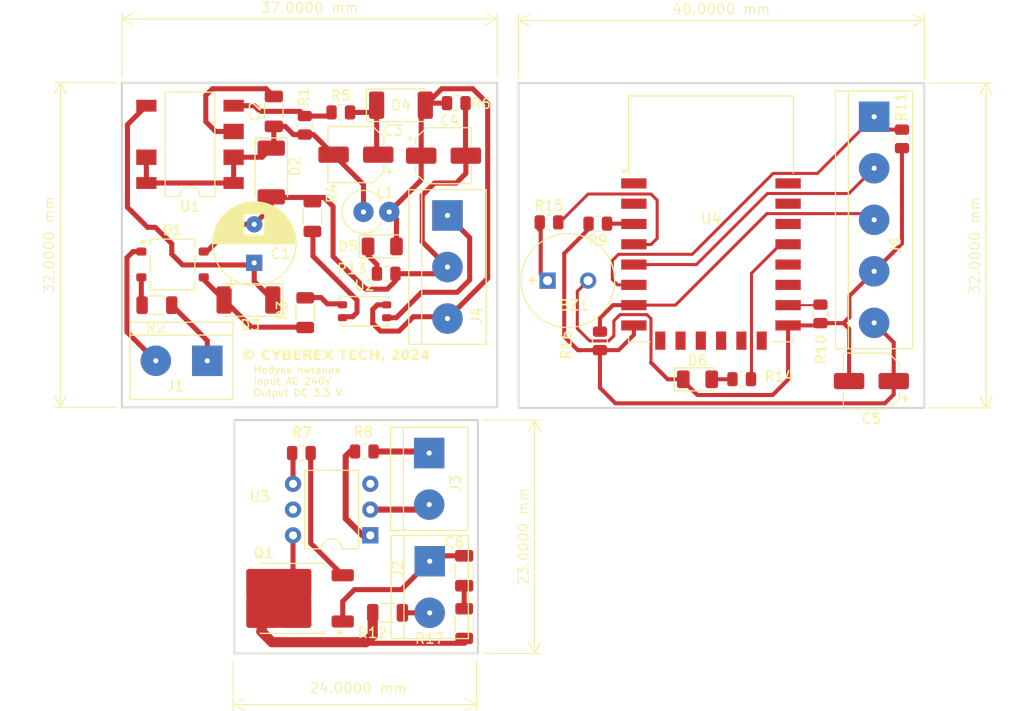
<source format=kicad_pcb>
(kicad_pcb (version 20240108) (generator "pcbnew") (generator_version "8.0")
  (layers (0 "F.Cu" signal) (31 "B.Cu" signal) (34 "B.Paste" user) (35 "F.Paste" user) (36 "B.SilkS" user "B.Silkscreen") (37 "F.SilkS" user "F.Silkscreen") (38 "B.Mask" user) (39 "F.Mask" user) (44 "Edge.Cuts" user))
  (net 0 "")
  (net 1 "Net-(D3-K)")
  (net 2 "Net-(U1-BP)")
  (net 3 "Net-(D2-K)")
  (net 4 "Net-(D4-K)")
  (net 5 "Net-(J1-Pin_2)")
  (net 6 "Net-(D1-+)")
  (net 7 "Net-(J1-Pin_1)")
  (net 8 "Net-(U1-FB)")
  (net 11 "Net-(Q1-A2)")
  (net 12 "Net-(J2-Pin_1)")
  (net 13 "Net-(Q1-G)")
  (net 14 "Net-(R7-Pad1)")
  (net 15 "Net-(R8-Pad1)")
  (net 16 "Net-(U4-EN)")
  (net 30 "Net-(U4-GPIO15)")
  (net 31 "Net-(D1-Pad2)")
  (net 32 "Net-(D5-K)")
  (net 33 "Net-(D6-A)")
  (net 34 "Net-(U4-GPIO4)")
  (net 35 "Net-(BZ1-+)")
  (net 36 "Net-(U4-GPIO16)")
  (net 37 "Net-(BZ1--)")
  (net 38 "Net-(D1--)")
  (net 39 "Net-(D4-A)")
  (net 40 "Net-(J2-Pin_2)")
  (net 41 "Net-(J3-Pin_2)")
  (net 42 "Net-(J3-Pin_1)")
  (net 43 "Net-(J4-Pin_1)")
  (net 44 "Net-(J6-Pin_5)")
  (net 45 "Net-(J6-Pin_1)")
  (net 46 "Net-(J6-Pin_3)")
  (net 47 "Net-(J6-Pin_2)")
  (net 48 "Net-(C6-Pad1)")
  (net 49 "Net-(R3-Pad2)")
  (net 50 "Net-(R4-Pad1)")
  (footprint "Resistor_SMD:R_0805_2012Metric" (layer "F.Cu") (at 124.9759 83.192)
    (property "Reference" "R13" (at -3.4055 -0.4572 0) (layer "F.SilkS"))
    (property "Value" "1k")
    (pad "1" smd roundrect (at -0.9125 0) (size 1.025 1.4) (layers "F.Cu" "F.Paste" "F.Mask") (roundrect_rratio 0.243902) (net 32 "Net-(D5-K)"))
    (pad "2" smd roundrect (at 0.9125 0) (size 1.025 1.4) (layers "F.Cu" "F.Paste" "F.Mask") (roundrect_rratio 0.243902) (net 38 "Net-(D1--)"))
  )
  (footprint "Resistor_SMD:R_1206_3216Metric" (layer "F.Cu") (at 132.6642 117.6782 90)
    (property "Reference" "R17" (at -1.4802 -3.3976 0) (layer "F.SilkS"))
    (property "Value" "39")
    (pad "1" smd roundrect (at -1.4625 0 90) (size 1.125 1.75) (layers "F.Cu" "F.Paste" "F.Mask") (roundrect_rratio 0.222222) (net 11 "Net-(Q1-A2)"))
    (pad "2" smd roundrect (at 1.4625 0 90) (size 1.125 1.75) (layers "F.Cu" "F.Paste" "F.Mask") (roundrect_rratio 0.222222) (net 48 "Net-(C6-Pad1)"))
  )
  (footprint "Resistor_SMD:R_0805_2012Metric" (layer "F.Cu") (at 167.7816 87.1503 -90)
    (property "Reference" "R10" (at 3.5033 -0.0508 90) (layer "F.SilkS"))
    (property "Value" "1k")
    (pad "1" smd roundrect (at -0.9125 0 270) (size 1.025 1.4) (layers "F.Cu" "F.Paste" "F.Mask") (roundrect_rratio 0.243902) (net 30 "Net-(U4-GPIO15)"))
    (pad "2" smd roundrect (at 0.9125 0 270) (size 1.025 1.4) (layers "F.Cu" "F.Paste" "F.Mask") (roundrect_rratio 0.243902) (net 37 "Net-(BZ1--)"))
  )
  (footprint "Resistor_SMD:R_0805_2012Metric" (layer "F.Cu") (at 122.8169 100.718)
    (property "Reference" "R8" (at -0.1035 -1.9304 0) (layer "F.SilkS"))
    (property "Value" "330")
    (pad "1" smd roundrect (at -0.9125 0) (size 1.025 1.4) (layers "F.Cu" "F.Paste" "F.Mask") (roundrect_rratio 0.243902) (net 15 "Net-(R8-Pad1)"))
    (pad "2" smd roundrect (at 0.9125 0) (size 1.025 1.4) (layers "F.Cu" "F.Paste" "F.Mask") (roundrect_rratio 0.243902) (net 42 "Net-(J3-Pin_1)"))
  )
  (footprint "Package_TO_SOT_SMD:TO-252-2" (layer "F.Cu") (at 115.6522 115.196 180)
    (property "Reference" "Q1" (at 2.7432 4.4704 0) (layer "F.SilkS"))
    (property "Value" "BT136-600")
    (pad "1" smd roundrect (at -5.04 -2.28 180) (size 2.2 1.2) (layers "F.Cu" "F.Paste" "F.Mask") (roundrect_rratio 0.208333) (net 12 "Net-(J2-Pin_1)"))
    (pad "2" smd roundrect (at -0.415 -1.525 180) (size 3.05 2.75) (layers "F.Cu" "F.Paste") (roundrect_rratio 0.090909) (net 11 "Net-(Q1-A2)"))
    (pad "2" smd roundrect (at -0.415 1.525 180) (size 3.05 2.75) (layers "F.Cu" "F.Paste") (roundrect_rratio 0.090909) (net 11 "Net-(Q1-A2)"))
    (pad "2" smd roundrect (at 1.26 0 180) (size 6.4 5.8) (layers "F.Cu" "F.Mask") (roundrect_rratio 0.043103) (net 11 "Net-(Q1-A2)"))
    (pad "2" smd roundrect (at 2.935 -1.525 180) (size 3.05 2.75) (layers "F.Cu" "F.Paste") (roundrect_rratio 0.090909) (net 11 "Net-(Q1-A2)"))
    (pad "2" smd roundrect (at 2.935 1.525 180) (size 3.05 2.75) (layers "F.Cu" "F.Paste") (roundrect_rratio 0.090909) (net 11 "Net-(Q1-A2)"))
    (pad "3" smd roundrect (at -5.04 2.28 180) (size 2.2 1.2) (layers "F.Cu" "F.Paste" "F.Mask") (roundrect_rratio 0.208333) (net 13 "Net-(Q1-G)"))
  )
  (footprint "Diode_SMD:D_MELF" (layer "F.Cu") (at 113.6456 73.2128 -90)
    (property "Reference" "D2" (at -0.5872 -2.3368 -90) (layer "F.SilkS"))
    (property "Value" "UF4005 US1J")
    (pad "1" smd roundrect (at -2.4 0 270) (size 1.5 2.7) (layers "F.Cu" "F.Paste" "F.Mask") (roundrect_rratio 0.1666666667) (net 3 "Net-(D2-K)"))
    (pad "2" smd roundrect (at 2.4 0 270) (size 1.5 2.7) (layers "F.Cu" "F.Paste" "F.Mask") (roundrect_rratio 0.1666666667) (net 38 "Net-(D1--)"))
  )
  (footprint "Resistor_SMD:R_0805_2012Metric" (layer "F.Cu") (at 116.9476 68.5635 -90)
    (property "Reference" "R1" (at -2.7959 0.1016 90) (layer "F.SilkS"))
    (property "Value" "2k")
    (pad "1" smd roundrect (at -0.9125 0 270) (size 1.025 1.4) (layers "F.Cu" "F.Paste" "F.Mask") (roundrect_rratio 0.243902) (net 8 "Net-(U1-FB)"))
    (pad "2" smd roundrect (at 0.9125 0 270) (size 1.025 1.4) (layers "F.Cu" "F.Paste" "F.Mask") (roundrect_rratio 0.243902) (net 3 "Net-(D2-K)"))
  )
  (footprint "Resistor_SMD:R_0805_2012Metric" (layer "F.Cu") (at 141.0227 78.1304)
    (property "Reference" "R15" (at 0 -1.65 0) (layer "F.SilkS"))
    (property "Value" "470")
    (pad "1" smd roundrect (at -0.9125 0) (size 1.025 1.4) (layers "F.Cu" "F.Paste" "F.Mask") (roundrect_rratio 0.243902) (net 35 "Net-(BZ1-+)"))
    (pad "2" smd roundrect (at 0.9125 0) (size 1.025 1.4) (layers "F.Cu" "F.Paste" "F.Mask") (roundrect_rratio 0.243902) (net 36 "Net-(U4-GPIO16)"))
  )
  (footprint "Resistor_SMD:R_0805_2012Metric" (layer "F.Cu") (at 160.0219 93.5868 180)
    (property "Reference" "R14" (at -3.7065 0.254 0) (layer "F.SilkS"))
    (property "Value" "470")
    (pad "1" smd roundrect (at -0.9125 0 180) (size 1.025 1.4) (layers "F.Cu" "F.Paste" "F.Mask") (roundrect_rratio 0.243902) (net 34 "Net-(U4-GPIO4)"))
    (pad "2" smd roundrect (at 0.9125 0 180) (size 1.025 1.4) (layers "F.Cu" "F.Paste" "F.Mask") (roundrect_rratio 0.243902) (net 33 "Net-(D6-A)"))
  )
  (footprint "TerminalBlock:TerminalBlock_bornier-2_P5.08mm" (layer "F.Cu") (at 129.2666 111.5384 -90)
    (property "Reference" "J2" (at 0.755 3.1556 90) (layer "F.SilkS"))
    (property "Value" "FAN ")
    (pad "1" thru_hole rect (at 0 0 270) (size 3 3) (drill 0.5) (layers "*.Cu" "*.Mask") (net 12 "Net-(J2-Pin_1)"))
    (pad "2" thru_hole circle (at 5.08 0 270) (size 3 3) (drill 0.5) (layers "*.Cu" "*.Mask") (net 40 "Net-(J2-Pin_2)"))
  )
  (footprint "Resistor_SMD:R_0805_2012Metric" (layer "F.Cu") (at 131.8847 66.3772)
    (property "Reference" "R6" (at 2.4365 0.0508 0) (layer "F.SilkS"))
    (property "Value" "1.5k")
    (pad "1" smd roundrect (at -0.9125 0) (size 1.025 1.4) (layers "F.Cu" "F.Paste" "F.Mask") (roundrect_rratio 0.243902) (net 39 "Net-(D4-A)"))
    (pad "2" smd roundrect (at 0.9125 0) (size 1.025 1.4) (layers "F.Cu" "F.Paste" "F.Mask") (roundrect_rratio 0.243902) (net 38 "Net-(D1--)"))
  )
  (footprint "Capacitor_THT:CP_Radial_D8.0mm_P3.80mm" (layer "F.Cu") (at 111.9692 82.1252 90)
    (property "Reference" "C1" (at 0.9144 2.5908 0) (layer "F.SilkS"))
    (property "Value" "10uF 400V")
    (pad "1" thru_hole rect (at 0 0 90) (size 1.6 1.6) (drill 0.5) (layers "*.Cu" "*.Mask") (net 1 "Net-(D3-K)"))
    (pad "2" thru_hole circle (at 3.8 0 90) (size 1.6 1.6) (drill 0.5) (layers "*.Cu" "*.Mask") (net 38 "Net-(D1--)"))
  )
  (footprint "Resistor_SMD:R_1206_3216Metric" (layer "F.Cu") (at 125.1117 116.6184)
    (property "Reference" "R12" (at -1.4899 1.9742 0) (layer "F.SilkS"))
    (property "Value" "10")
    (pad "1" smd roundrect (at -1.4625 0) (size 1.125 1.75) (layers "F.Cu" "F.Paste" "F.Mask") (roundrect_rratio 0.222222) (net 11 "Net-(Q1-A2)"))
    (pad "2" smd roundrect (at 1.4625 0) (size 1.125 1.75) (layers "F.Cu" "F.Paste" "F.Mask") (roundrect_rratio 0.222222) (net 40 "Net-(J2-Pin_2)"))
  )
  (footprint "Package_DIP:PowerIntegrations_SMD-8B" (layer "F.Cu") (at 105.6372 70.4412 180)
    (property "Reference" "U1" (at 0 -6.14 0) (layer "F.SilkS"))
    (property "Value" "LNK306G")
    (pad "1" smd rect (at -4.3 -3.81 180) (size 2 1.17) (layers "F.Cu" "F.Paste" "F.Mask") (net 3 "Net-(D2-K)"))
    (pad "2" smd rect (at -4.3 -1.27 180) (size 2 1.52) (layers "F.Cu" "F.Paste" "F.Mask") (net 3 "Net-(D2-K)"))
    (pad "3" smd rect (at -4.3 1.27 180) (size 2 1.52) (layers "F.Cu" "F.Paste" "F.Mask") (net 2 "Net-(U1-BP)"))
    (pad "4" smd rect (at -4.3 3.81 180) (size 2 1.17) (layers "F.Cu" "F.Paste" "F.Mask") (net 8 "Net-(U1-FB)"))
    (pad "5" smd rect (at 4.3 3.81 180) (size 2 1.17) (layers "F.Cu" "F.Paste" "F.Mask") (net 1 "Net-(D3-K)"))
    (pad "7" smd rect (at 4.3 -1.27 180) (size 2 1.52) (layers "F.Cu" "F.Paste" "F.Mask") (net 3 "Net-(D2-K)"))
    (pad "8" smd rect (at 4.3 -3.81 180) (size 2 1.17) (layers "F.Cu" "F.Paste" "F.Mask") (net 3 "Net-(D2-K)"))
  )
  (footprint "Resistor_SMD:R_0805_2012Metric" (layer "F.Cu") (at 116.6193 100.8704)
    (property "Reference" "R7" (at 0.0489 -2.032 0) (layer "F.SilkS"))
    (property "Value" "600")
    (pad "1" smd roundrect (at -0.9125 0) (size 1.025 1.4) (layers "F.Cu" "F.Paste" "F.Mask") (roundrect_rratio 0.243902) (net 14 "Net-(R7-Pad1)"))
    (pad "2" smd roundrect (at 0.9125 0) (size 1.025 1.4) (layers "F.Cu" "F.Paste" "F.Mask") (roundrect_rratio 0.243902) (net 13 "Net-(Q1-G)"))
  )
  (footprint "Resistor_SMD:R_0805_2012Metric" (layer "F.Cu") (at 120.5017 67.2916)
    (property "Reference" "R5" (at 0 -1.65 0) (layer "F.SilkS"))
    (property "Value" "2.2k")
    (pad "1" smd roundrect (at -0.9125 0) (size 1.025 1.4) (layers "F.Cu" "F.Paste" "F.Mask") (roundrect_rratio 0.243902) (net 8 "Net-(U1-FB)"))
    (pad "2" smd roundrect (at 0.9125 0) (size 1.025 1.4) (layers "F.Cu" "F.Paste" "F.Mask") (roundrect_rratio 0.243902) (net 4 "Net-(D4-K)"))
  )
  (footprint "Resistor_SMD:R_0805_2012Metric" (layer "F.Cu") (at 175.8188 69.9027 -90)
    (property "Reference" "R11" (at -3.1445 0.0956 90) (layer "F.SilkS"))
    (property "Value" "1k")
    (pad "1" smd roundrect (at -0.9125 0 270) (size 1.025 1.4) (layers "F.Cu" "F.Paste" "F.Mask") (roundrect_rratio 0.243902) (net 45 "Net-(J6-Pin_1)"))
    (pad "2" smd roundrect (at 0.9125 0 270) (size 1.025 1.4) (layers "F.Cu" "F.Paste" "F.Mask") (roundrect_rratio 0.243902) (net 37 "Net-(BZ1--)"))
  )
  (footprint "Capacitor_SMD:C_1206_3216Metric" (layer "F.Cu") (at 113.8996 67.1918 90)
    (property "Reference" "C2" (at 0 -1.85 90) (layer "F.SilkS"))
    (property "Value" "100n")
    (pad "1" smd roundrect (at -1.475 0 90) (size 1.15 1.8) (layers "F.Cu" "F.Paste" "F.Mask") (roundrect_rratio 0.217391) (net 3 "Net-(D2-K)"))
    (pad "2" smd roundrect (at 1.475 0 90) (size 1.15 1.8) (layers "F.Cu" "F.Paste" "F.Mask") (roundrect_rratio 0.217391) (net 2 "Net-(U1-BP)"))
  )
  (footprint "Diode_SMD:D_MELF" (layer "F.Cu") (at 126.4348 66.5804)
    (property "Reference" "D4" (at 0 0 0) (layer "F.SilkS"))
    (property "Value" "UF4005 US1J")
    (pad "1" smd roundrect (at -2.4 0) (size 1.5 2.7) (layers "F.Cu" "F.Paste" "F.Mask") (roundrect_rratio 0.1666666667) (net 4 "Net-(D4-K)"))
    (pad "2" smd roundrect (at 2.4 0) (size 1.5 2.7) (layers "F.Cu" "F.Paste" "F.Mask") (roundrect_rratio 0.1666666667) (net 39 "Net-(D4-A)"))
  )
  (footprint "OptoDevice:Panasonic_APV-AQY_SSOP-4_4.45x2.65mm_P1.27mm" (layer "F.Cu") (at 122.8438 86.8934)
    (property "Reference" "U2" (at 0 -2.54 0) (layer "F.SilkS"))
    (property "Value" "PC817")
    (pad "1" smd roundrect (at -2.175 -0.635) (size 0.9 0.7) (layers "F.Cu" "F.Paste" "F.Mask") (net 49 "Net-(R3-Pad2)"))
    (pad "2" smd roundrect (at -2.175 0.635) (size 0.9 0.7) (layers "F.Cu" "F.Paste" "F.Mask") (net 50 "Net-(R4-Pad1)"))
    (pad "3" smd roundrect (at 2.175 0.635) (size 0.9 0.7) (layers "F.Cu" "F.Paste" "F.Mask") (net 43 "Net-(J4-Pin_1)"))
    (pad "4" smd roundrect (at 2.175 -0.635) (size 0.9 0.7) (layers "F.Cu" "F.Paste" "F.Mask") (net 39 "Net-(D4-A)"))
  )
  (footprint "Capacitor_SMD:CP_Elec_5x5.4" (layer "F.Cu") (at 172.806 93.7768 180)
    (property "Reference" "C5" (at 0 -3.7 0) (layer "F.SilkS"))
    (property "Value" "100uF 16V")
    (pad "1" smd roundrect (at -2.2 0 180) (size 3 1.6) (layers "F.Cu" "F.Paste" "F.Mask") (roundrect_rratio 0.15625) (net 44 "Net-(J6-Pin_5)"))
    (pad "2" smd roundrect (at 2.2 0 180) (size 3 1.6) (layers "F.Cu" "F.Paste" "F.Mask") (roundrect_rratio 0.15625) (net 37 "Net-(BZ1--)"))
  )
  (footprint "LED_SMD:LED_1206_3216Metric" (layer "F.Cu") (at 124.59 80.4996)
    (property "Reference" "D5" (at -3.3812 -0.0324 360) (layer "F.SilkS"))
    (property "Value" "LED")
    (pad "1" smd roundrect (at -1.4 0) (size 1.25 1.75) (layers "F.Cu" "F.Paste" "F.Mask") (roundrect_rratio 0.2) (net 32 "Net-(D5-K)"))
    (pad "2" smd roundrect (at 1.4 0) (size 1.25 1.75) (layers "F.Cu" "F.Paste" "F.Mask") (roundrect_rratio 0.2) (net 39 "Net-(D4-A)"))
  )
  (footprint "Resistor_SMD:R_0805_2012Metric" (layer "F.Cu") (at 146.05 89.8125 90)
    (property "Reference" "R16" (at -0.3899 -3.3214 90) (layer "F.SilkS"))
    (property "Value" "4.7k")
    (pad "1" smd roundrect (at -0.9125 0 90) (size 1.025 1.4) (layers "F.Cu" "F.Paste" "F.Mask") (roundrect_rratio 0.243902) (net 44 "Net-(J6-Pin_5)"))
    (pad "2" smd roundrect (at 0.9125 0 90) (size 1.025 1.4) (layers "F.Cu" "F.Paste" "F.Mask") (roundrect_rratio 0.243902) (net 46 "Net-(J6-Pin_3)"))
  )
  (footprint "TerminalBlock:TerminalBlock_bornier-2_P5.08mm" (layer "F.Cu") (at 107.3464 91.7772 180)
    (property "Reference" "J1" (at 3.1496 -2.4892 0) (layer "F.SilkS"))
    (property "Value" "input 240V AC")
    (pad "1" thru_hole rect (at 0 0 180) (size 3 3) (drill 0.5) (layers "*.Cu" "*.Mask") (net 7 "Net-(J1-Pin_1)"))
    (pad "2" thru_hole circle (at 5.08 0 180) (size 3 3) (drill 0.5) (layers "*.Cu" "*.Mask") (net 5 "Net-(J1-Pin_2)"))
  )
  (footprint "Package_DIP:DIP-6_W7.62mm" (layer "F.Cu") (at 123.4146 108.9834 180)
    (property "Reference" "U3" (at 10.912 3.795 0) (layer "F.SilkS"))
    (property "Value" "MOC3052M")
    (pad "1" thru_hole rect (at 0 0 180) (size 1.6 1.6) (drill 0.8) (layers "*.Cu" "*.Mask") (net 15 "Net-(R8-Pad1)"))
    (pad "2" thru_hole oval (at 0 2.54 180) (size 1.6 1.6) (drill 0.8) (layers "*.Cu" "*.Mask") (net 41 "Net-(J3-Pin_2)"))
    (pad "3" thru_hole oval (at 0 5.08 180) (size 1.6 1.6) (drill 0.8) (layers "*.Cu" "*.Mask"))
    (pad "4" thru_hole oval (at 7.62 5.08 180) (size 1.6 1.6) (drill 0.8) (layers "*.Cu" "*.Mask") (net 14 "Net-(R7-Pad1)"))
    (pad "5" thru_hole oval (at 7.62 2.54 180) (size 1.6 1.6) (drill 0.8) (layers "*.Cu" "*.Mask"))
    (pad "6" thru_hole oval (at 7.62 0 180) (size 1.6 1.6) (drill 0.8) (layers "*.Cu" "*.Mask") (net 11 "Net-(Q1-A2)"))
  )
  (footprint "Capacitor_SMD:CP_Elec_5x5.4" (layer "F.Cu") (at 121.9924 71.4572 180)
    (property "Reference" "C3" (at -3.6928 2.3876 0) (layer "F.SilkS"))
    (property "Value" "10uF 16V")
    (pad "1" smd roundrect (at -2.2 0 180) (size 3 1.6) (layers "F.Cu" "F.Paste" "F.Mask") (roundrect_rratio 0.15625) (net 4 "Net-(D4-K)"))
    (pad "2" smd roundrect (at 2.2 0 180) (size 3 1.6) (layers "F.Cu" "F.Paste" "F.Mask") (roundrect_rratio 0.15625) (net 3 "Net-(D2-K)"))
  )
  (footprint "Package_TO_SOT_SMD:TO-269AA" (layer "F.Cu") (at 103.9158 82.2776)
    (property "Reference" "D1" (at 0 -3.4 0) (layer "F.SilkS"))
    (property "Value" "RMB4S")
    (pad "1" smd roundrect (at -3.075 -1.27) (size 1 0.8) (layers "F.Cu" "F.Paste" "F.Mask") (net 5 "Net-(J1-Pin_2)"))
    (pad "2" smd roundrect (at -3.075 1.27) (size 1 0.8) (layers "F.Cu" "F.Paste" "F.Mask") (net 31 "Net-(D1-Pad2)"))
    (pad "3" smd roundrect (at 3.075 1.27) (size 1 0.8) (layers "F.Cu" "F.Paste" "F.Mask") (net 6 "Net-(D1-+)"))
    (pad "4" smd roundrect (at 3.075 -1.27) (size 1 0.8) (layers "F.Cu" "F.Paste" "F.Mask") (net 38 "Net-(D1--)"))
  )
  (footprint "LED_SMD:LED_1206_3216Metric" (layer "F.Cu") (at 155.6628 93.6)
    (property "Reference" "D6" (at 0 -1.82 0) (layer "F.SilkS"))
    (property "Value" "LED")
    (pad "1" smd roundrect (at -1.4 0) (size 1.25 1.75) (layers "F.Cu" "F.Paste" "F.Mask") (roundrect_rratio 0.2) (net 37 "Net-(BZ1--)"))
    (pad "2" smd roundrect (at 1.4 0) (size 1.25 1.75) (layers "F.Cu" "F.Paste" "F.Mask") (roundrect_rratio 0.2) (net 33 "Net-(D6-A)"))
  )
  (footprint "Inductor_THT:L_Axial_L9.5mm_D4.0mm_P2.54mm_Vertical_Fastron_SMCC" (layer "F.Cu") (at 122.7388 77.102)
    (property "Reference" "L1" (at 2.1336 -1.8856 0) (layer "F.SilkS"))
    (property "Value" "470mH")
    (pad "1" thru_hole circle (at 0 0) (size 2 2) (drill 0.5) (layers "*.Cu" "*.Mask") (net 3 "Net-(D2-K)"))
    (pad "2" thru_hole oval (at 2.54 0) (size 2 2) (drill 0.5) (layers "*.Cu" "*.Mask") (net 39 "Net-(D4-A)"))
  )
  (footprint "Capacitor_SMD:CP_Elec_5x5.4" (layer "F.Cu") (at 130.6284 71.5588)
    (property "Reference" "C4" (at 0.594 -3.4544 0) (layer "F.SilkS"))
    (property "Value" "100uF 16V")
    (pad "1" smd roundrect (at -2.2 0) (size 3 1.6) (layers "F.Cu" "F.Paste" "F.Mask") (roundrect_rratio 0.15625) (net 39 "Net-(D4-A)"))
    (pad "2" smd roundrect (at 2.2 0) (size 3 1.6) (layers "F.Cu" "F.Paste" "F.Mask") (roundrect_rratio 0.15625) (net 38 "Net-(D1--)"))
  )
  (footprint "Resistor_SMD:R_0805_2012Metric" (layer "F.Cu") (at 145.8379 78.2584 180)
    (property "Reference" "R9" (at 0 -1.65 0) (layer "F.SilkS"))
    (property "Value" "1k")
    (pad "1" smd roundrect (at -0.9125 0 180) (size 1.025 1.4) (layers "F.Cu" "F.Paste" "F.Mask") (roundrect_rratio 0.243902) (net 16 "Net-(U4-EN)"))
    (pad "2" smd roundrect (at 0.9125 0 180) (size 1.025 1.4) (layers "F.Cu" "F.Paste" "F.Mask") (roundrect_rratio 0.243902) (net 44 "Net-(J6-Pin_5)"))
  )
  (footprint "Resistor_SMD:R_1206_3216Metric" (layer "F.Cu") (at 116.9924 87.0311 90)
    (property "Reference" "R3" (at 0.2433 -2.286 90) (layer "F.SilkS"))
    (property "Value" "30k")
    (pad "1" smd roundrect (at -1.4625 0 90) (size 1.125 1.75) (layers "F.Cu" "F.Paste" "F.Mask") (roundrect_rratio 0.222222) (net 6 "Net-(D1-+)"))
    (pad "2" smd roundrect (at 1.4625 0 90) (size 1.125 1.75) (layers "F.Cu" "F.Paste" "F.Mask") (roundrect_rratio 0.222222) (net 49 "Net-(R3-Pad2)"))
  )
  (footprint "TerminalBlock:TerminalBlock_bornier-3_P5.08mm" (layer "F.Cu") (at 131.0192 77.4516 -90)
    (property "Reference" "J4" (at 9.8552 -2.8956 90) (layer "F.SilkS"))
    (property "Value" "Выход")
    (pad "1" thru_hole rect (at 0 0 270) (size 3 3) (drill 0.5) (layers "*.Cu" "*.Mask") (net 43 "Net-(J4-Pin_1)"))
    (pad "2" thru_hole circle (at 5.08 0 270) (size 3 3) (drill 0.5) (layers "*.Cu" "*.Mask") (net 38 "Net-(D1--)"))
    (pad "3" thru_hole circle (at 10.16 0 270) (size 3 3) (drill 0.5) (layers "*.Cu" "*.Mask") (net 39 "Net-(D4-A)"))
  )
  (footprint "TerminalBlock:TerminalBlock_bornier-2_P5.08mm" (layer "F.Cu") (at 129.2158 100.8704 -90)
    (property "Reference" "J3" (at 2.9972 -2.5908 90) (layer "F.SilkS"))
    (property "Value" "Сигнал управления (Signal On/Off FAN)")
    (pad "1" thru_hole rect (at 0 0 270) (size 3 3) (drill 0.5) (layers "*.Cu" "*.Mask") (net 42 "Net-(J3-Pin_1)"))
    (pad "2" thru_hole circle (at 5.08 0 270) (size 3 3) (drill 0.5) (layers "*.Cu" "*.Mask") (net 41 "Net-(J3-Pin_2)"))
  )
  (footprint "Resistor_SMD:R_1206_3216Metric" (layer "F.Cu") (at 117.7036 77.5609 90)
    (property "Reference" "R4" (at 2.286 1.9304 90) (layer "F.SilkS"))
    (property "Value" "30k")
    (pad "1" smd roundrect (at -1.4625 0 90) (size 1.125 1.75) (layers "F.Cu" "F.Paste" "F.Mask") (roundrect_rratio 0.222222) (net 50 "Net-(R4-Pad1)"))
    (pad "2" smd roundrect (at 1.4625 0 90) (size 1.125 1.75) (layers "F.Cu" "F.Paste" "F.Mask") (roundrect_rratio 0.222222) (net 38 "Net-(D1--)"))
  )
  (footprint "Buzzer_Beeper:MagneticBuzzer_PUI_AT-0927-TT-6-R" (layer "F.Cu") (at 140.8816 83.8708)
    (property "Reference" "BZ1" (at 2.5908 2.4384 0) (layer "F.SilkS"))
    (property "Value" "Buzzer")
    (fp_text user "+" (at -1.5 -0.1 0) (layer "F.SilkS"))
    (pad "1" thru_hole rect (at 0 0) (size 1.6 1.6) (drill 0.9) (layers "*.Cu" "*.Mask") (net 35 "Net-(BZ1-+)"))
    (pad "2" thru_hole circle (at 4 0) (size 1.6 1.6) (drill 0.9) (layers "*.Cu" "*.Mask") (net 37 "Net-(BZ1--)"))
  )
  (footprint "RF_Module:ESP-12E" (layer "F.Cu") (at 156.992 77.7904)
    (property "Reference" "U4" (at 0 0 0) (layer "F.SilkS"))
    (property "Value" "ESP-12F")
    (pad "1" smd rect (at -7.6 -3.5) (size 2.5 1) (layers "F.Cu" "F.Paste" "F.Mask"))
    (pad "2" smd rect (at -7.6 -1.5) (size 2.5 1) (layers "F.Cu" "F.Paste" "F.Mask"))
    (pad "3" smd rect (at -7.6 0.5) (size 2.5 1) (layers "F.Cu" "F.Paste" "F.Mask") (net 16 "Net-(U4-EN)"))
    (pad "4" smd rect (at -7.6 2.5) (size 2.5 1) (layers "F.Cu" "F.Paste" "F.Mask") (net 36 "Net-(U4-GPIO16)"))
    (pad "5" smd rect (at -7.6 4.5) (size 2.5 1) (layers "F.Cu" "F.Paste" "F.Mask") (net 47 "Net-(J6-Pin_2)"))
    (pad "6" smd rect (at -7.6 6.5) (size 2.5 1) (layers "F.Cu" "F.Paste" "F.Mask") (net 45 "Net-(J6-Pin_1)"))
    (pad "7" smd rect (at -7.6 8.5) (size 2.5 1) (layers "F.Cu" "F.Paste" "F.Mask") (net 46 "Net-(J6-Pin_3)"))
    (pad "8" smd rect (at -7.6 10.5) (size 2.5 1) (layers "F.Cu" "F.Paste" "F.Mask") (net 44 "Net-(J6-Pin_5)"))
    (pad "9" smd rect (at -5 12) (size 1 1.8) (layers "F.Cu" "F.Paste" "F.Mask"))
    (pad "10" smd rect (at -3 12) (size 1 1.8) (layers "F.Cu" "F.Paste" "F.Mask"))
    (pad "11" smd rect (at -1 12) (size 1 1.8) (layers "F.Cu" "F.Paste" "F.Mask"))
    (pad "12" smd rect (at 1 12) (size 1 1.8) (layers "F.Cu" "F.Paste" "F.Mask"))
    (pad "13" smd rect (at 3 12) (size 1 1.8) (layers "F.Cu" "F.Paste" "F.Mask"))
    (pad "14" smd rect (at 5 12) (size 1 1.8) (layers "F.Cu" "F.Paste" "F.Mask"))
    (pad "15" smd rect (at 7.6 10.5) (size 2.5 1) (layers "F.Cu" "F.Paste" "F.Mask") (net 37 "Net-(BZ1--)"))
    (pad "16" smd rect (at 7.6 8.5) (size 2.5 1) (layers "F.Cu" "F.Paste" "F.Mask") (net 30 "Net-(U4-GPIO15)"))
    (pad "17" smd rect (at 7.6 6.5) (size 2.5 1) (layers "F.Cu" "F.Paste" "F.Mask"))
    (pad "18" smd rect (at 7.6 4.5) (size 2.5 1) (layers "F.Cu" "F.Paste" "F.Mask"))
    (pad "19" smd rect (at 7.6 2.5) (size 2.5 1) (layers "F.Cu" "F.Paste" "F.Mask") (net 34 "Net-(U4-GPIO4)"))
    (pad "20" smd rect (at 7.6 0.5) (size 2.5 1) (layers "F.Cu" "F.Paste" "F.Mask"))
    (pad "21" smd rect (at 7.6 -1.5) (size 2.5 1) (layers "F.Cu" "F.Paste" "F.Mask"))
    (pad "22" smd rect (at 7.6 -3.5) (size 2.5 1) (layers "F.Cu" "F.Paste" "F.Mask"))
  )
  (footprint "Diode_SMD:D_MELF" (layer "F.Cu") (at 111.398 85.7828 180)
    (property "Reference" "D3" (at -0.1648 -2.4892 180) (layer "F.SilkS"))
    (property "Value" "1N4007W")
    (pad "1" smd roundrect (at -2.4 0 180) (size 1.5 2.7) (layers "F.Cu" "F.Paste" "F.Mask") (roundrect_rratio 0.1666666667) (net 1 "Net-(D3-K)"))
    (pad "2" smd roundrect (at 2.4 0 180) (size 1.5 2.7) (layers "F.Cu" "F.Paste" "F.Mask") (roundrect_rratio 0.1666666667) (net 6 "Net-(D1-+)"))
  )
  (footprint "Resistor_SMD:R_1206_3216Metric" (layer "F.Cu") (at 102.3787 86.2908 180)
    (property "Reference" "R2" (at 0.1123 -2.2352 0) (layer "F.SilkS"))
    (property "Value" "10")
    (pad "1" smd roundrect (at -1.4625 0 180) (size 1.125 1.75) (layers "F.Cu" "F.Paste" "F.Mask") (roundrect_rratio 0.222222) (net 7 "Net-(J1-Pin_1)"))
    (pad "2" smd roundrect (at 1.4625 0 180) (size 1.125 1.75) (layers "F.Cu" "F.Paste" "F.Mask") (roundrect_rratio 0.222222) (net 31 "Net-(D1-Pad2)"))
  )
  (footprint "TerminalBlock:TerminalBlock_bornier-5_P5.08mm" (layer "F.Cu") (at 173.0756 67.7164 -90)
    (property "Reference" "J6" (at 12.6816 -2.0888 90) (layer "F.SilkS"))
    (property "Value" "~")
    (pad "1" thru_hole rect (at 0 0 270) (size 3 3) (drill 0.5) (layers "*.Cu" "*.Mask") (net 45 "Net-(J6-Pin_1)"))
    (pad "2" thru_hole circle (at 5.08 0 270) (size 3 3) (drill 0.5) (layers "*.Cu" "*.Mask") (net 47 "Net-(J6-Pin_2)"))
    (pad "3" thru_hole circle (at 10.16 0 270) (size 3 3) (drill 0.5) (layers "*.Cu" "*.Mask") (net 46 "Net-(J6-Pin_3)"))
    (pad "4" thru_hole circle (at 15.24 0 270) (size 3 3) (drill 0.5) (layers "*.Cu" "*.Mask") (net 37 "Net-(BZ1--)"))
    (pad "5" thru_hole circle (at 20.32 0 270) (size 3 3) (drill 0.5) (layers "*.Cu" "*.Mask") (net 44 "Net-(J6-Pin_5)"))
  )
  (footprint "Capacitor_SMD:C_1206_3216Metric" (layer "F.Cu") (at 132.6642 112.473 90)
    (property "Reference" "C6" (at 2.7704 -0.9652 0) (layer "F.SilkS"))
    (property "Value" "10n")
    (pad "1" smd roundrect (at -1.475 0 90) (size 1.15 1.8) (layers "F.Cu" "F.Paste" "F.Mask") (roundrect_rratio 0.217391) (net 48 "Net-(C6-Pad1)"))
    (pad "2" smd roundrect (at 1.475 0 90) (size 1.15 1.8) (layers "F.Cu" "F.Paste" "F.Mask") (roundrect_rratio 0.217391) (net 12 "Net-(J2-Pin_1)"))
  )
  (gr_rect (start 98.9252 64.3604) (end 135.9252 96.3604) (stroke (width 0.2)) (fill none) (layer "Edge.Cuts"))
  (gr_rect (start 110.0134 97.6192) (end 134.0134 120.6192) (stroke (width 0.2)) (fill none) (layer "Edge.Cuts"))
  (gr_rect (start 138.0236 64.4144) (end 178.0236 96.4144) (stroke (width 0.2)) (fill none) (layer "Edge.Cuts"))
  (gr_text "© CYBEREX TECH, 2024" (at 110.7246 91.8534 0) (layer "F.SilkS") (effects (font (size 1 1) (thickness 0.2) (bold yes)) (justify left bottom)))
  (gr_text "Модуль питания \nInput AC 240V\nOutput DC 3.3 V" (at 111.8422 95.3332 0) (layer "F.SilkS") (effects (font (size 0.7 0.7) (thickness 0.1)) (justify left bottom)))
  (dimension (type aligned) (layer "F.SilkS") (pts (xy 98.9252 64.3604) (xy 135.9252 64.3604)) (height -6.289) (gr_text "37.0000 mm" (at 117.4252 56.9714 0) (layer "F.SilkS") (effects (font (size 1 1) (thickness 0.1)))) (format (prefix "") (suffix "") (units 3) (units_format 1) (precision 4)) (style (thickness 0.1) (arrow_length 1.27) (text_position_mode 0) (extension_height 0.58642) (extension_offset 0.5) keep_text_aligned))
  (dimension (type aligned) (layer "F.SilkS") (pts (xy 134.0134 97.6192) (xy 134.0134 120.6192)) (height -5.591) (gr_text "23.0000 mm" (at 138.5044 109.1192 90) (layer "F.SilkS") (effects (font (size 1 1) (thickness 0.1)))) (format (prefix "") (suffix "") (units 3) (units_format 1) (precision 4)) (style (thickness 0.1) (arrow_length 1.27) (text_position_mode 0) (extension_height 0.58642) (extension_offset 0.5) keep_text_aligned))
  (dimension (type aligned) (layer "F.SilkS") (pts (xy 138.0236 64.4144) (xy 178.0236 64.4144)) (height -6.1906) (gr_text "40.0000 mm" (at 158.0236 57.1238 0) (layer "F.SilkS") (effects (font (size 1 1) (thickness 0.1)))) (format (prefix "") (suffix "") (units 3) (units_format 1) (precision 4)) (style (thickness 0.1) (arrow_length 1.27) (text_position_mode 0) (extension_height 0.58642) (extension_offset 0.5) keep_text_aligned))
  (dimension (type aligned) (layer "F.SilkS") (pts (xy 98.9252 96.3604) (xy 98.9252 64.3604)) (height -6.0568) (gr_text "32.0000 mm" (at 91.7684 80.3604 90) (layer "F.SilkS") (effects (font (size 1 1) (thickness 0.1)))) (format (prefix "") (suffix "") (units 3) (units_format 1) (precision 4)) (style (thickness 0.1) (arrow_length 1.27) (text_position_mode 0) (extension_height 0.58642) (extension_offset 0.5) keep_text_aligned))
  (dimension (type aligned) (layer "F.SilkS") (pts (xy 109.8894 120.8224) (xy 133.8894 120.8224)) (height 4.8384) (gr_text "24.0000 mm" (at 122.2084 124.0352 0) (layer "F.SilkS") (effects (font (size 1 1) (thickness 0.1)))) (format (prefix "") (suffix "") (units 3) (units_format 1) (precision 4)) (style (thickness 0.1) (arrow_length 1.27) (text_position_mode 2) (extension_height 0.58642) (extension_offset 0.5) keep_text_aligned))
  (dimension (type aligned) (layer "F.SilkS") (pts (xy 178.0236 64.4144) (xy 178.0236 96.4144)) (height -6.0816) (gr_text "32.0000 mm" (at 183.0052 80.4144 90) (layer "F.SilkS") (effects (font (size 1 1) (thickness 0.1)))) (format (prefix "") (suffix "") (units 3) (units_format 1) (precision 4)) (style (thickness 0.1) (arrow_length 1.27) (text_position_mode 0) (extension_height 0.58642) (extension_offset 0.5) keep_text_aligned))
  (segment (start 99.4724 76.6388) (end 99.4724 68.496) (width 0.5) (layer "F.Cu") (net 1))
  (segment (start 101.4536 78.62) (end 99.4724 76.6388) (width 0.5) (layer "F.Cu") (net 1))
  (segment (start 99.4724 68.496) (end 101.3372 66.6312) (width 0.5) (layer "F.Cu") (net 1))
  (segment (start 111.9692 82.1252) (end 111.766 82.3284) (width 0.5) (layer "F.Cu") (net 1))
  (segment (start 111.766 82.3284) (end 104.908 82.3284) (width 0.5) (layer "F.Cu") (net 1))
  (segment (start 103.8412 80.2456) (end 102.2156 78.62) (width 0.5) (layer "F.Cu") (net 1))
  (segment (start 103.8412 81.2616) (end 103.8412 80.2456) (width 0.5) (layer "F.Cu") (net 1))
  (segment (start 102.2156 78.62) (end 101.4536 78.62) (width 0.5) (layer "F.Cu") (net 1))
  (segment (start 104.908 82.3284) (end 103.8412 81.2616) (width 0.5) (layer "F.Cu") (net 1))
  (segment (start 111.9692 83.954) (end 113.798 85.7828) (width 0.5) (layer "F.Cu") (net 1))
  (segment (start 111.9692 82.1252) (end 111.9692 83.954) (width 0.5) (layer "F.Cu") (net 1))
  (segment (start 107.194 65.6152) (end 107.8488 64.9604) (width 0.5) (layer "F.Cu") (net 2))
  (segment (start 108.1592 69.1712) (end 107.194 68.206) (width 0.5) (layer "F.Cu") (net 2))
  (segment (start 109.9372 69.1712) (end 108.1592 69.1712) (width 0.5) (layer "F.Cu") (net 2))
  (segment (start 107.194 68.206) (end 107.194 65.6152) (width 0.5) (layer "F.Cu") (net 2))
  (segment (start 107.8488 64.9604) (end 113.1432 64.9604) (width 0.5) (layer "F.Cu") (net 2))
  (segment (start 113.1432 64.9604) (end 113.8996 65.7168) (width 0.5) (layer "F.Cu") (net 2))
  (segment (start 115.0208 68.6668) (end 115.83 69.476) (width 0.5) (layer "F.Cu") (net 3))
  (segment (start 119.7924 71.4572) (end 117.8112 69.476) (width 0.5) (layer "F.Cu") (net 3))
  (segment (start 113.8996 68.6668) (end 115.0208 68.6668) (width 0.5) (layer "F.Cu") (net 3))
  (segment (start 112.7472 71.7112) (end 113.6456 70.8128) (width 0.5) (layer "F.Cu") (net 3))
  (segment (start 115.83 69.476) (end 116.9476 69.476) (width 0.5) (layer "F.Cu") (net 3))
  (segment (start 122.7388 74.4036) (end 119.7924 71.4572) (width 0.5) (layer "F.Cu") (net 3))
  (segment (start 101.3372 71.7112) (end 101.3372 74.2512) (width 0.5) (layer "F.Cu") (net 3))
  (segment (start 109.9372 74.2512) (end 101.3372 74.2512) (width 0.5) (layer "F.Cu") (net 3))
  (segment (start 117.8112 69.476) (end 116.9476 69.476) (width 0.5) (layer "F.Cu") (net 3))
  (segment (start 122.7388 77.102) (end 122.7388 74.4036) (width 0.5) (layer "F.Cu") (net 3))
  (segment (start 113.8996 70.5588) (end 113.6456 70.8128) (width 0.2) (layer "F.Cu") (net 3))
  (segment (start 109.9372 74.2512) (end 109.9372 71.7112) (width 0.5) (layer "F.Cu") (net 3))
  (segment (start 113.8996 68.6668) (end 113.8996 70.5588) (width 0.5) (layer "F.Cu") (net 3))
  (segment (start 109.9372 71.7112) (end 112.7472 71.7112) (width 0.5) (layer "F.Cu") (net 3))
  (segment (start 121.4142 67.2916) (end 123.3236 67.2916) (width 0.5) (layer "F.Cu") (net 4))
  (segment (start 124.0348 71.2996) (end 124.1924 71.4572) (width 0.2) (layer "F.Cu") (net 4))
  (segment (start 123.3236 67.2916) (end 124.0348 66.5804) (width 0.2) (layer "F.Cu") (net 4))
  (segment (start 124.0348 66.5804) (end 124.0348 71.2996) (width 0.5) (layer "F.Cu") (net 4))
  (segment (start 102.2664 91.7772) (end 99.4236 88.9344) (width 0.5) (layer "F.Cu") (net 5))
  (segment (start 99.4236 81.6152) (end 100.0312 81.0076) (width 0.5) (layer "F.Cu") (net 5))
  (segment (start 100.0312 81.0076) (end 100.8408 81.0076) (width 0.5) (layer "F.Cu") (net 5))
  (segment (start 99.4236 88.9344) (end 99.4236 81.6152) (width 0.5) (layer "F.Cu") (net 5))
  (segment (start 106.9908 83.7756) (end 108.998 85.7828) (width 0.5) (layer "F.Cu") (net 6))
  (segment (start 117.0492 88.4645) (end 111.6797 88.4645) (width 0.5) (layer "F.Cu") (net 6))
  (segment (start 111.6797 88.4645) (end 108.998 85.7828) (width 0.5) (layer "F.Cu") (net 6))
  (segment (start 106.9908 83.5476) (end 106.9908 83.7756) (width 0.2) (layer "F.Cu") (net 6))
  (segment (start 107.3464 89.796) (end 103.8412 86.2908) (width 0.5) (layer "F.Cu") (net 7))
  (segment (start 107.3464 91.7772) (end 107.3464 89.796) (width 0.5) (layer "F.Cu") (net 7))
  (segment (start 119.2298 67.651) (end 119.5892 67.2916) (width 0.2) (layer "F.Cu") (net 8))
  (segment (start 112.528 67.19) (end 116.4866 67.19) (width 0.5) (layer "F.Cu") (net 8))
  (segment (start 116.4866 67.19) (end 116.9476 67.651) (width 0.5) (layer "F.Cu") (net 8))
  (segment (start 116.9476 67.651) (end 119.2298 67.651) (width 0.5) (layer "F.Cu") (net 8))
  (segment (start 111.9692 66.6312) (end 112.528 67.19) (width 0.5) (layer "F.Cu") (net 8))
  (segment (start 109.9372 66.6312) (end 111.9692 66.6312) (width 0.5) (layer "F.Cu") (net 8))
  (segment (start 122.9674 119.514) (end 113.7218 119.514) (width 1) (layer "F.Cu") (net 11))
  (segment (start 123.0726 119.6192) (end 132.715 119.6192) (width 0.5) (layer "F.Cu") (net 11))
  (segment (start 113.7218 119.514) (end 112.655 118.4472) (width 1) (layer "F.Cu") (net 11))
  (segment (start 115.7946 113.3984) (end 116.0672 113.671) (width 0.2) (layer "F.Cu") (net 11))
  (segment (start 112.655 118.4472) (end 112.7172 118.385) (width 0.2) (layer "F.Cu") (net 11))
  (segment (start 115.7946 108.9834) (end 115.7946 113.3984) (width 0.5) (layer "F.Cu") (net 11))
  (segment (start 112.7172 118.385) (end 112.7172 116.721) (width 1) (layer "F.Cu") (net 11))
  (segment (start 123.6492 116.6184) (end 123.6492 118.8322) (width 1) (layer "F.Cu") (net 11))
  (segment (start 123.6492 118.8322) (end 122.9674 119.514) (width 1) (layer "F.Cu") (net 11))
  (segment (start 132.6642 110.998) (end 129.807 110.998) (width 0.5) (layer "F.Cu") (net 12))
  (segment (start 126.5742 114.3324) (end 126.5742 114.2308) (width 0.2) (layer "F.Cu") (net 12))
  (segment (start 126.5742 114.2308) (end 129.2666 111.5384) (width 0.5) (layer "F.Cu") (net 12))
  (segment (start 120.6922 115.49) (end 121.8498 114.3324) (width 0.5) (layer "F.Cu") (net 12))
  (segment (start 121.8498 114.3324) (end 126.5742 114.3324) (width 0.5) (layer "F.Cu") (net 12))
  (segment (start 129.807 110.998) (end 129.2666 111.5384) (width 0.2) (layer "F.Cu") (net 12))
  (segment (start 120.6922 117.476) (end 120.6922 115.49) (width 0.5) (layer "F.Cu") (net 12))
  (segment (start 117.5318 100.8704) (end 117.5318 109.7556) (width 0.5) (layer "F.Cu") (net 13))
  (segment (start 117.5318 109.7556) (end 120.6922 112.916) (width 0.5) (layer "F.Cu") (net 13))
  (segment (start 115.7946 103.9034) (end 115.7946 100.9582) (width 0.5) (layer "F.Cu") (net 14))
  (segment (start 115.7946 100.9582) (end 115.7068 100.8704) (width 0.2) (layer "F.Cu") (net 14))
  (segment (start 120.9862 107.322) (end 120.9862 101.1752) (width 0.6) (layer "F.Cu") (net 15))
  (segment (start 122.6476 108.9834) (end 120.9862 107.322) (width 0.6) (layer "F.Cu") (net 15))
  (segment (start 120.9862 101.1752) (end 121.4434 100.718) (width 0.6) (layer "F.Cu") (net 15))
  (segment (start 123.4146 108.9834) (end 122.6476 108.9834) (width 0.2) (layer "F.Cu") (net 15))
  (segment (start 121.4434 100.718) (end 121.9044 100.718) (width 0.2) (layer "F.Cu") (net 15))
  (segment (start 146.7504 78.2584) (end 149.36 78.2584) (width 0.4) (layer "F.Cu") (net 16))
  (segment (start 149.36 78.2584) (end 149.392 78.2904) (width 0.2) (layer "F.Cu") (net 16))
  (segment (start 164.592 86.2904) (end 167.729 86.2904) (width 0.2) (layer "F.Cu") (net 30))
  (segment (start 167.729 86.2904) (end 167.7816 86.2378) (width 0.2) (layer "F.Cu") (net 30))
  (segment (start 100.8408 83.5476) (end 100.8408 86.2154) (width 0.5) (layer "F.Cu") (net 31))
  (segment (start 100.8408 86.2154) (end 100.9162 86.2908) (width 0.2) (layer "F.Cu") (net 31))
  (segment (start 124.0634 82.2814) (end 123.19 81.408) (width 0.5) (layer "F.Cu") (net 32))
  (segment (start 124.0634 83.192) (end 124.0634 82.2814) (width 0.5) (layer "F.Cu") (net 32))
  (segment (start 123.19 81.408) (end 123.19 80.4996) (width 0.2) (layer "F.Cu") (net 32))
  (segment (start 157.0628 93.6) (end 159.0962 93.6) (width 0.4) (layer "F.Cu") (net 33))
  (segment (start 159.0962 93.6) (end 159.1094 93.5868) (width 0.2) (layer "F.Cu") (net 33))
  (segment (start 160.9852 93.536) (end 160.9852 83.1472) (width 0.3) (layer "F.Cu") (net 34))
  (segment (start 163.842 80.2904) (end 164.592 80.2904) (width 0.2) (layer "F.Cu") (net 34))
  (segment (start 160.9344 93.5868) (end 160.9852 93.536) (width 0.4) (layer "F.Cu") (net 34))
  (segment (start 160.9852 83.1472) (end 163.842 80.2904) (width 0.3) (layer "F.Cu") (net 34))
  (segment (start 140.208 83.1972) (end 140.208 78.9714) (width 0.4) (layer "F.Cu") (net 35))
  (segment (start 140.208 78.9714) (end 139.8148 78.5782) (width 0.4) (layer "F.Cu") (net 35))
  (segment (start 139.8148 78.5782) (end 140.1102 78.2828) (width 0.2) (layer "F.Cu") (net 35))
  (segment (start 140.8816 83.8708) (end 140.208 83.1972) (width 0.4) (layer "F.Cu") (net 35))
  (segment (start 151.6888 79.7052) (end 151.0792 80.3148) (width 0.3) (layer "F.Cu") (net 36))
  (segment (start 141.9352 78.2828) (end 144.8816 75.3364) (width 0.3) (layer "F.Cu") (net 36))
  (segment (start 151.6888 75.946) (end 151.6888 79.7052) (width 0.3) (layer "F.Cu") (net 36))
  (segment (start 149.4164 80.3148) (end 149.392 80.2904) (width 0.2) (layer "F.Cu") (net 36))
  (segment (start 151.0792 75.3364) (end 151.6888 75.946) (width 0.3) (layer "F.Cu") (net 36))
  (segment (start 144.8816 75.3364) (end 151.0792 75.3364) (width 0.3) (layer "F.Cu") (net 36))
  (segment (start 151.0792 80.3148) (end 149.4164 80.3148) (width 0.3) (layer "F.Cu") (net 36))
  (segment (start 173.0756 82.9564) (end 175.8188 80.2132) (width 0.4) (layer "F.Cu") (net 37))
  (segment (start 150.6752 87.2236) (end 148.0312 87.2236) (width 0.3) (layer "F.Cu") (net 37))
  (segment (start 147.4216 89.3064) (end 146.9136 89.8144) (width 0.3) (layer "F.Cu") (net 37))
  (segment (start 147.4216 87.8332) (end 147.4216 89.3064) (width 0.3) (layer "F.Cu") (net 37))
  (segment (start 151.0792 87.6276) (end 150.6752 87.2236) (width 0.3) (layer "F.Cu") (net 37))
  (segment (start 167.554 88.2904) (end 167.7816 88.0628) (width 0.2) (layer "F.Cu") (net 37))
  (segment (start 175.8188 80.2132) (end 175.8188 70.8152) (width 0.4) (layer "F.Cu") (net 37))
  (segment (start 154.2628 93.76) (end 155.6512 95.1484) (width 0.4) (layer "F.Cu") (net 37))
  (segment (start 146.9136 89.8144) (end 145.034 89.8144) (width 0.3) (layer "F.Cu") (net 37))
  (segment (start 164.592 93.6244) (end 164.592 88.2904) (width 0.4) (layer "F.Cu") (net 37))
  (segment (start 170.606 88.6168) (end 170.606 93.7768) (width 0.4) (layer "F.Cu") (net 37))
  (segment (start 163.068 95.1484) (end 164.592 93.6244) (width 0.4) (layer "F.Cu") (net 37))
  (segment (start 143.8148 84.9376) (end 144.8816 83.8708) (width 0.3) (layer "F.Cu") (net 37))
  (segment (start 164.592 88.2904) (end 167.554 88.2904) (width 0.4) (layer "F.Cu") (net 37))
  (segment (start 170.052 88.0628) (end 170.606 88.6168) (width 0.4) (layer "F.Cu") (net 37))
  (segment (start 145.034 89.8144) (end 143.8148 88.5952) (width 0.3) (layer "F.Cu") (net 37))
  (segment (start 173.0756 82.9564) (end 170.6372 85.3948) (width 0.4) (layer "F.Cu") (net 37))
  (segment (start 154.2628 93.6) (end 152.7292 93.6) (width 0.4) (layer "F.Cu") (net 37))
  (segment (start 143.8148 88.5952) (end 143.8148 84.9376) (width 0.3) (layer "F.Cu") (net 37))
  (segment (start 151.0792 91.95) (end 151.0792 87.6276) (width 0.3) (layer "F.Cu") (net 37))
  (segment (start 148.0312 87.2236) (end 147.4216 87.8332) (width 0.3) (layer "F.Cu") (net 37))
  (segment (start 155.6512 95.1484) (end 163.068 95.1484) (width 0.4) (layer "F.Cu") (net 37))
  (segment (start 154.2628 93.6) (end 154.2628 93.76) (width 0.2) (layer "F.Cu") (net 37))
  (segment (start 152.7292 93.6) (end 151.0792 91.95) (width 0.4) (layer "F.Cu") (net 37))
  (segment (start 170.6372 85.3948) (end 170.6372 87.4776) (width 0.4) (layer "F.Cu") (net 37))
  (segment (start 167.7816 88.0628) (end 170.052 88.0628) (width 0.4) (layer "F.Cu") (net 37))
  (segment (start 170.6372 87.4776) (end 170.052 88.0628) (width 0.4) (layer "F.Cu") (net 37))
  (segment (start 125.8884 83.192) (end 130.3588 83.192) (width 0.5) (layer "F.Cu") (net 38))
  (segment (start 119.7416 81.4902) (end 119.7416 76.5626) (width 0.5) (layer "F.Cu") (net 38))
  (segment (start 109.978 78.3252) (end 111.9692 78.3252) (width 0.5) (layer "F.Cu") (net 38))
  (segment (start 132.7972 66.3772) (end 132.7972 71.5276) (width 0.5) (layer "F.Cu") (net 38))
  (segment (start 125.8884 83.9032) (end 125.0756 84.716) (width 0.5) (layer "F.Cu") (net 38))
  (segment (start 132.8284 73.3056) (end 132.8284 71.5588) (width 0.5) (layer "F.Cu") (net 38))
  (segment (start 111.9692 78.3252) (end 113.6456 76.6488) (width 0.5) (layer "F.Cu") (net 38))
  (segment (start 128.53 75.4704) (end 129.7492 74.2512) (width 0.5) (layer "F.Cu") (net 38))
  (segment (start 132.7972 71.5276) (end 132.8284 71.5588) (width 0.2) (layer "F.Cu") (net 38))
  (segment (start 131.0192 82.5316) (end 128.53 80.0424) (width 0.5) (layer "F.Cu") (net 38))
  (segment (start 106.9908 81.0076) (end 107.2956 81.0076) (width 0.2) (layer "F.Cu") (net 38))
  (segment (start 107.2956 81.0076) (end 109.978 78.3252) (width 0.5) (layer "F.Cu") (net 38))
  (segment (start 131.8828 74.2512) (end 132.8284 73.3056) (width 0.5) (layer "F.Cu") (net 38))
  (segment (start 113.6456 76.6488) (end 113.6456 75.6128) (width 0.5) (layer "F.Cu") (net 38))
  (segment (start 122.9674 84.716) (end 119.7416 81.4902) (width 0.5) (layer "F.Cu") (net 38))
  (segment (start 129.7492 74.2512) (end 131.8828 74.2512) (width 0.5) (layer "F.Cu") (net 38))
  (segment (start 118.8526 75.6736) (end 113.7064 75.6736) (width 0.5) (layer "F.Cu") (net 38))
  (segment (start 113.7064 75.6736) (end 113.6456 75.6128) (width 0.2) (layer "F.Cu") (net 38))
  (segment (start 128.53 80.0424) (end 128.53 75.4704) (width 0.5) (layer "F.Cu") (net 38))
  (segment (start 130.8668 82.3792) (end 131.0192 82.5316) (width 0.2) (layer "F.Cu") (net 38))
  (segment (start 125.0756 84.716) (end 122.9674 84.716) (width 0.5) (layer "F.Cu") (net 38))
  (segment (start 119.7416 76.5626) (end 118.8526 75.6736) (width 0.5) (layer "F.Cu") (net 38))
  (segment (start 130.3588 83.192) (end 131.0192 82.5316) (width 0.2) (layer "F.Cu") (net 38))
  (segment (start 125.8884 83.192) (end 125.8884 83.9032) (width 0.2) (layer "F.Cu") (net 38))
  (segment (start 130.4548 64.9604) (end 128.8348 66.5804) (width 0.5) (layer "F.Cu") (net 39))
  (segment (start 125.99 80.4996) (end 125.99 77.8132) (width 0.5) (layer "F.Cu") (net 39))
  (segment (start 124.4092 88.8492) (end 123.6472 88.0872) (width 0.5) (layer "F.Cu") (net 39))
  (segment (start 123.6472 88.0872) (end 123.6472 86.7156) (width 0.5) (layer "F.Cu") (net 39))
  (segment (start 128.4284 71.5588) (end 128.4284 66.9868) (width 0.5) (layer "F.Cu") (net 39))
  (segment (start 124.1044 86.2584) (end 125.0188 86.2584) (width 0.5) (layer "F.Cu") (net 39))
  (segment (start 126.238 88.8492) (end 124.4092 88.8492) (width 0.5) (layer "F.Cu") (net 39))
  (segment (start 130.8414 87.4338) (end 131.0192 87.6116) (width 0.2) (layer "F.Cu") (net 39))
  (segment (start 130.8414 87.4338) (end 127.6534 87.4338) (width 0.5) (layer "F.Cu") (net 39))
  (segment (start 123.6472 86.7156) (end 124.1044 86.2584) (width 0.5) (layer "F.Cu") (net 39))
  (segment (start 130.9722 66.3772) (end 129.038 66.3772) (width 0.5) (layer "F.Cu") (net 39))
  (segment (start 129.038 66.3772) (end 128.8348 66.5804) (width 0.2) (layer "F.Cu") (net 39))
  (segment (start 127.6534 87.4338) (end 126.238 88.8492) (width 0.5) (layer "F.Cu") (net 39))
  (segment (start 128.4284 73.9524) (end 128.4284 71.5588) (width 0.5) (layer "F.Cu") (net 39))
  (segment (start 134.9816 66.4336) (end 133.5084 64.9604) (width 0.5) (layer "F.Cu") (net 39))
  (segment (start 125.2788 77.102) (end 128.4284 73.9524) (width 0.5) (layer "F.Cu") (net 39))
  (segment (start 125.99 77.8132) (end 125.2788 77.102) (width 0.5) (layer "F.Cu") (net 39))
  (segment (start 133.5084 64.9604) (end 130.4548 64.9604) (width 0.5) (layer "F.Cu") (net 39))
  (segment (start 134.9816 83.6492) (end 134.9816 66.4336) (width 0.5) (layer "F.Cu") (net 39))
  (segment (start 131.0192 87.6116) (end 134.9816 83.6492) (width 0.5) (layer "F.Cu") (net 39))
  (segment (start 128.4284 66.9868) (end 128.8348 66.5804) (width 0.2) (layer "F.Cu") (net 39))
  (segment (start 126.5742 116.6184) (end 129.2666 116.6184) (width 0.5) (layer "F.Cu") (net 40))
  (segment (start 123.4146 106.4434) (end 128.7228 106.4434) (width 0.6) (layer "F.Cu") (net 41))
  (segment (start 128.7228 106.4434) (end 129.2158 105.9504) (width 0.2) (layer "F.Cu") (net 41))
  (segment (start 123.7294 100.718) (end 129.0634 100.718) (width 0.6) (layer "F.Cu") (net 42))
  (segment (start 129.0634 100.718) (end 129.2158 100.8704) (width 0.2) (layer "F.Cu") (net 42))
  (segment (start 128.4792 85.0208) (end 131.9844 85.0208) (width 0.5) (layer "F.Cu") (net 43))
  (segment (start 125.0188 87.5284) (end 125.9716 87.5284) (width 0.5) (layer "F.Cu") (net 43))
  (segment (start 125.9716 87.5284) (end 128.4792 85.0208) (width 0.5) (layer "F.Cu") (net 43))
  (segment (start 133.2036 83.8016) (end 133.2036 79.636) (width 0.5) (layer "F.Cu") (net 43))
  (segment (start 133.2036 79.636) (end 131.0192 77.4516) (width 0.5) (layer "F.Cu") (net 43))
  (segment (start 131.9844 85.0208) (end 133.2036 83.8016) (width 0.5) (layer "F.Cu") (net 43))
  (segment (start 175.006 95.0976) (end 175.006 93.7768) (width 0.4) (layer "F.Cu") (net 44))
  (segment (start 146.05 90.725) (end 146.05 94.4372) (width 0.4) (layer "F.Cu") (net 44))
  (segment (start 174.1354 95.9682) (end 175.006 95.0976) (width 0.4) (layer "F.Cu") (net 44))
  (segment (start 147.8826 90.725) (end 149.392 89.2156) (width 0.4) (layer "F.Cu") (net 44))
  (segment (start 143.8656 90.7288) (end 144.1196 90.7288) (width 0.4) (layer "F.Cu") (net 44))
  (segment (start 146.05 90.725) (end 147.8826 90.725) (width 0.4) (layer "F.Cu") (net 44))
  (segment (start 144.9254 78.7978) (end 142.5254 81.1978) (width 0.4) (layer "F.Cu") (net 44))
  (segment (start 142.5254 89.3886) (end 143.8656 90.7288) (width 0.4) (layer "F.Cu") (net 44))
  (segment (start 144.1196 90.7288) (end 144.1234 90.725) (width 0.2) (layer "F.Cu") (net 44))
  (segment (start 146.05 94.4372) (end 147.581 95.9682) (width 0.4) (layer "F.Cu") (net 44))
  (segment (start 142.5254 81.1978) (end 142.5254 89.3886) (width 0.4) (layer "F.Cu") (net 44))
  (segment (start 147.581 95.9682) (end 174.1354 95.9682) (width 0.4) (layer "F.Cu") (net 44))
  (segment (start 175.6664 93.0656) (end 175.3304 93.4016) (width 0.2) (layer "F.Cu") (net 44))
  (segment (start 144.9254 78.2584) (end 144.9254 78.7978) (width 0.2) (layer "F.Cu") (net 44))
  (segment (start 173.0756 88.0364) (end 175.006 89.9668) (width 0.4) (layer "F.Cu") (net 44))
  (segment (start 149.392 89.2156) (end 149.392 88.2904) (width 0.4) (layer "F.Cu") (net 44))
  (segment (start 175.006 89.9668) (end 175.006 93.7768) (width 0.4) (layer "F.Cu") (net 44))
  (segment (start 144.1234 90.725) (end 146.05 90.725) (width 0.4) (layer "F.Cu") (net 44))
  (segment (start 147.7904 84.2904) (end 147.2692 83.7692) (width 0.3) (layer "F.Cu") (net 45))
  (segment (start 163.1188 73.3044) (end 167.4876 73.3044) (width 0.3) (layer "F.Cu") (net 45))
  (segment (start 155.1432 81.28) (end 163.1188 73.3044) (width 0.3) (layer "F.Cu") (net 45))
  (segment (start 174.3494 68.9902) (end 175.8188 68.9902) (width 0.4) (layer "F.Cu") (net 45))
  (segment (start 147.2692 83.7692) (end 147.2692 81.8896) (width 0.3) (layer "F.Cu") (net 45))
  (segment (start 173.0756 67.7164) (end 174.3494 68.9902) (width 0.2) (layer "F.Cu") (net 45))
  (segment (start 147.8788 81.28) (end 155.1432 81.28) (width 0.3) (layer "F.Cu") (net 45))
  (segment (start 149.392 84.2904) (end 147.7904 84.2904) (width 0.3) (layer "F.Cu") (net 45))
  (segment (start 147.2692 81.8896) (end 147.8788 81.28) (width 0.3) (layer "F.Cu") (net 45))
  (segment (start 167.4876 73.3044) (end 173.0756 67.7164) (width 0.3) (layer "F.Cu") (net 45))
  (segment (start 149.392 86.2904) (end 153.4856 86.2904) (width 0.3) (layer "F.Cu") (net 46))
  (segment (start 153.4856 86.2904) (end 162.5092 77.2668) (width 0.3) (layer "F.Cu") (net 46))
  (segment (start 172.5676 77.3684) (end 173.0756 77.8764) (width 0.2) (layer "F.Cu") (net 46))
  (segment (start 147.3388 86.2904) (end 149.392 86.2904) (width 0.4) (layer "F.Cu") (net 46))
  (segment (start 172.466 77.2668) (end 172.5676 77.3684) (width 0.4) (layer "F.Cu") (net 46))
  (segment (start 146.05 87.5792) (end 147.3388 86.2904) (width 0.4) (layer "F.Cu") (net 46))
  (segment (start 162.5092 77.2668) (end 172.466 77.2668) (width 0.3) (layer "F.Cu") (net 46))
  (segment (start 146.05 88.9) (end 146.05 87.5792) (width 0.4) (layer "F.Cu") (net 46))
  (segment (start 162.56 75.2856) (end 170.5864 75.2856) (width 0.3) (layer "F.Cu") (net 47))
  (segment (start 149.392 82.2904) (end 155.5552 82.2904) (width 0.3) (layer "F.Cu") (net 47))
  (segment (start 155.5552 82.2904) (end 162.56 75.2856) (width 0.3) (layer "F.Cu") (net 47))
  (segment (start 170.5864 75.2856) (end 173.0756 72.7964) (width 0.3) (layer "F.Cu") (net 47))
  (segment (start 132.6642 113.948) (end 132.6642 116.2157) (width 0.5) (layer "F.Cu") (net 48))
  (segment (start 117.0492 85.5395) (end 118.5585 85.5395) (width 0.5) (layer "F.Cu") (net 49))
  (segment (start 119.1828 86.1638) (end 120.513 86.1638) (width 0.5) (layer "F.Cu") (net 49))
  (segment (start 118.5585 85.5395) (end 119.1828 86.1638) (width 0.5) (layer "F.Cu") (net 49))
  (segment (start 122.1038 85.8082) (end 117.7604 81.4648) (width 0.5) (layer "F.Cu") (net 50))
  (segment (start 121.672 87.4338) (end 122.1038 87.002) (width 0.5) (layer "F.Cu") (net 50))
  (segment (start 120.513 87.4338) (end 121.672 87.4338) (width 0.5) (layer "F.Cu") (net 50))
  (segment (start 122.1038 87.002) (end 122.1038 85.8082) (width 0.5) (layer "F.Cu") (net 50))
  (segment (start 117.7604 81.4648) (end 117.7604 79.255) (width 0.5) (layer "F.Cu") (net 50))
)
</source>
